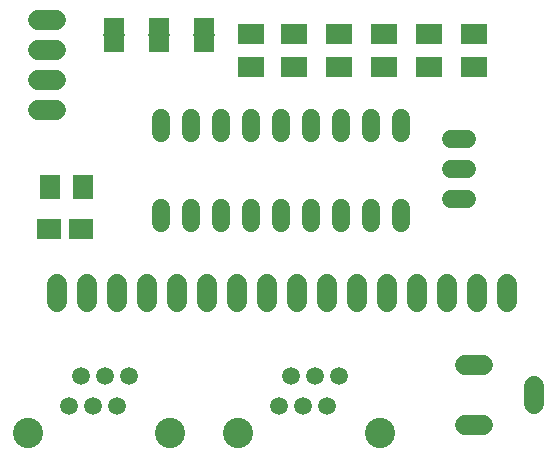
<source format=gts>
G75*
G70*
%OFA0B0*%
%FSLAX24Y24*%
%IPPOS*%
%LPD*%
%AMOC8*
5,1,8,0,0,1.08239X$1,22.5*
%
%ADD10C,0.0600*%
%ADD11R,0.0867X0.0710*%
%ADD12R,0.0710X0.0540*%
%ADD13R,0.0720X0.0060*%
%ADD14R,0.0848X0.0671*%
%ADD15R,0.0710X0.0789*%
%ADD16C,0.0680*%
%ADD17C,0.0595*%
%ADD18C,0.1009*%
%ADD19C,0.0674*%
D10*
X017148Y009473D02*
X017148Y009993D01*
X018148Y009993D02*
X018148Y009473D01*
X019148Y009473D02*
X019148Y009993D01*
X020148Y009993D02*
X020148Y009473D01*
X021148Y009473D02*
X021148Y009993D01*
X022148Y009993D02*
X022148Y009473D01*
X023148Y009473D02*
X023148Y009993D01*
X024148Y009993D02*
X024148Y009473D01*
X025148Y009473D02*
X025148Y009993D01*
X026838Y010283D02*
X027358Y010283D01*
X027358Y011283D02*
X026838Y011283D01*
X026838Y012283D02*
X027358Y012283D01*
X025148Y012473D02*
X025148Y012993D01*
X024148Y012993D02*
X024148Y012473D01*
X023148Y012473D02*
X023148Y012993D01*
X022148Y012993D02*
X022148Y012473D01*
X021148Y012473D02*
X021148Y012993D01*
X020148Y012993D02*
X020148Y012473D01*
X019148Y012473D02*
X019148Y012993D01*
X018148Y012993D02*
X018148Y012473D01*
X017148Y012473D02*
X017148Y012993D01*
D11*
X020148Y014681D03*
X021598Y014681D03*
X023098Y014681D03*
X024598Y014681D03*
X026098Y014681D03*
X027598Y014681D03*
X027598Y015784D03*
X026098Y015784D03*
X024598Y015784D03*
X023098Y015784D03*
X021598Y015784D03*
X020148Y015784D03*
D12*
X018598Y016033D03*
X018598Y015433D03*
X017098Y015433D03*
X017098Y016033D03*
X015598Y016033D03*
X015598Y015433D03*
D13*
X015598Y015733D03*
X017098Y015733D03*
X018598Y015733D03*
D14*
X014489Y009283D03*
X013407Y009283D03*
D15*
X013447Y010683D03*
X014549Y010683D03*
D16*
X014698Y007453D02*
X014698Y006853D01*
X013698Y006853D02*
X013698Y007453D01*
X015698Y007453D02*
X015698Y006853D01*
X016698Y006853D02*
X016698Y007453D01*
X017698Y007453D02*
X017698Y006853D01*
X018698Y006853D02*
X018698Y007453D01*
X019698Y007453D02*
X019698Y006853D01*
X020698Y006853D02*
X020698Y007453D01*
X021698Y007453D02*
X021698Y006853D01*
X022698Y006853D02*
X022698Y007453D01*
X023698Y007453D02*
X023698Y006853D01*
X024698Y006853D02*
X024698Y007453D01*
X025698Y007453D02*
X025698Y006853D01*
X026698Y006853D02*
X026698Y007453D01*
X027698Y007453D02*
X027698Y006853D01*
X028698Y006853D02*
X028698Y007453D01*
X027898Y004733D02*
X027298Y004733D01*
X029598Y004033D02*
X029598Y003433D01*
X027898Y002733D02*
X027298Y002733D01*
D17*
X023098Y004388D03*
X022295Y004388D03*
X021492Y004388D03*
X021098Y003388D03*
X021901Y003388D03*
X022704Y003388D03*
X016098Y004388D03*
X015295Y004388D03*
X014492Y004388D03*
X014098Y003388D03*
X014901Y003388D03*
X015704Y003388D03*
D18*
X012736Y002483D03*
X017460Y002483D03*
X019736Y002483D03*
X024460Y002483D03*
D19*
X013645Y013233D02*
X013051Y013233D01*
X013051Y014233D02*
X013645Y014233D01*
X013645Y015233D02*
X013051Y015233D01*
X013051Y016233D02*
X013645Y016233D01*
M02*

</source>
